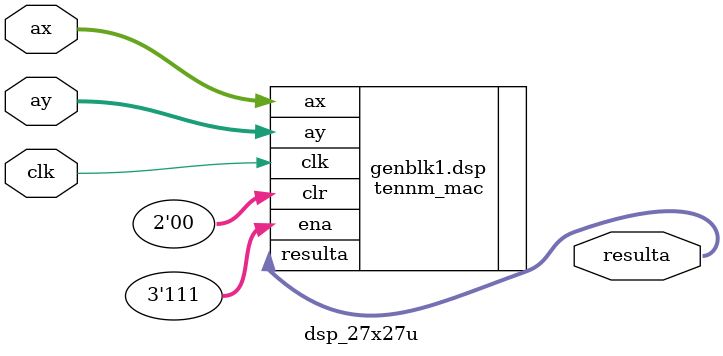
<source format=sv>
module dsp_27x27u #(
    parameter FAMILY = "Agilex",
    parameter LATENCY = 2,
    parameter AX_WIDTH = 27,
    parameter AY_WIDTH = 27,
    parameter RESULT_A_WIDTH = 54
) (
    input clk,
    input [AX_WIDTH-1:0] ax,
    input [AY_WIDTH-1:0] ay,
    output [RESULT_A_WIDTH-1:0] resulta
);

initial begin
    if ((FAMILY == "Agilex") && ((LATENCY < 2) || (LATENCY > 4)))
        $fatal("(LATENCY < %d) || (LATENCY > %d): %d", 2, 4, LATENCY);
    if ((FAMILY == "Stratix 10") && ((LATENCY < 2) || (LATENCY > 4)))
        $fatal("(LATENCY < %d) || (LATENCY > %d): %d", 2, 4, LATENCY);
    if ((FAMILY == "Arria 10") && ((LATENCY < 2) || (LATENCY > 3)))
        $fatal("(LATENCY < %d) || (LATENCY > %d): %d", 2, 3, LATENCY);
end

generate

if (FAMILY == "Agilex") begin
    (* altera_attribute = "-name DSP_REGISTER_PACKING Disable" *)
    tennm_mac  #(
        .ax_width (AX_WIDTH),
        .ay_scan_in_width (AY_WIDTH),
        .operation_mode ("m27x27"),
        .ax_clken ("0"),
        .ay_scan_in_clken ("0"),
        .input_pipeline_clken ((LATENCY == 4) ? "0" : "no_reg"),
        .second_pipeline_clken ((LATENCY >= 3) ? "0" : "no_reg"),
        .output_clken ("0"),
        .scan_out_width (AY_WIDTH),
        .result_a_width (RESULT_A_WIDTH)
    ) dsp (
        .clr (2'b0),
        .ax (ax),
        .ay (ay),
        .clk (clk),
        .ena (3'b111),
        .resulta (resulta)
    );
end else if (FAMILY == "Stratix 10") begin
    (* altera_attribute = "-name DSP_REGISTER_PACKING Disable" *)
    fourteennm_mac  #(
        .ax_width (AX_WIDTH),
        .ay_scan_in_width (AY_WIDTH),
        .operation_mode ("m27x27"),
        .ax_clock ("0"),
        .ay_scan_in_clock ("0"),
        .input_pipeline_clock ((LATENCY >= 3) ? "0" : "none"),
        .second_pipeline_clock ((LATENCY == 4) ? "0" : "none"),
        .output_clock ("0"),
        .scan_out_width (AY_WIDTH),
        .result_a_width (RESULT_A_WIDTH)
    ) dsp (
        .clr (2'b0),
        .ax (ax),
        .ay (ay),
        .clk ({clk, clk, clk}),
        .ena (3'b111),
        .resulta (resulta)
    );
end else if (FAMILY == "Arria 10") begin
    (* altera_attribute = "-name DSP_REGISTER_PACKING Disable" *)
    twentynm_mac  #(
        .ax_width (AX_WIDTH),
        .ay_scan_in_width (AY_WIDTH),
        .operation_mode ("m27x27"),
        .ax_clock ("0"),
        .ay_scan_in_clock ("0"),
        .input_pipeline_clock ((LATENCY == 3) ? "0" : "none"),
        .output_clock ("0"),
        .scan_out_width (AY_WIDTH),
        .result_a_width (RESULT_A_WIDTH)
    ) dsp (
        .aclr (2'b0),
        .ax (ax),
        .ay (ay),
        .clk ({clk, clk, clk}),
        .ena (3'b111),
        .resulta (resulta)
    );
end else begin
    reg [RESULT_A_WIDTH-1:0] resulta_r[0:LATENCY-1];
    integer i;
    always @(posedge clk) begin
        resulta_r[0] <= ax * ay;
        for (i = 1; i < LATENCY; i=i+1) begin
            resulta_r[i] <= resulta_r[i-1];
        end
    end
    assign resulta = resulta_r[LATENCY-1];
end

endgenerate

endmodule

</source>
